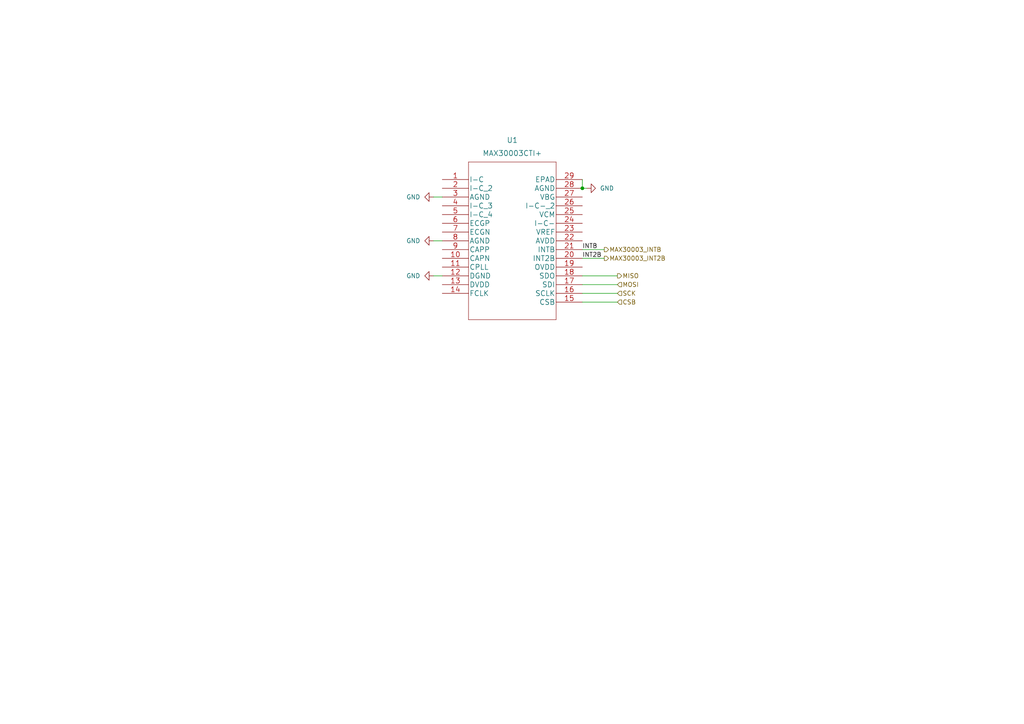
<source format=kicad_sch>
(kicad_sch (version 20211123) (generator eeschema)
  (paper "A4")
  (lib_symbols
    (symbol "SB_Sensor:MAX30003CTI+" (pin_names (offset 0.254))
      (property "Reference" "U" (at 20.32 10.16 0))
      (property "Value" "MAX30003CTI+" (at 20.32 7.62 0))
      (symbol "MAX30003CTI+_1_1"
        (polyline (pts (xy 7.62 -40.64) (xy 33.02 -40.64)) (stroke (width 0.127)))
        (polyline (pts (xy 7.62 5.08) (xy 7.62 -40.64)) (stroke (width 0.127)))
        (polyline (pts (xy 33.02 -40.64) (xy 33.02 5.08)) (stroke (width 0.127)))
        (polyline (pts (xy 33.02 5.08) (xy 7.62 5.08)) (stroke (width 0.127)))
        (pin bidirectional line (at 0 0 0) (length 7.62) (name "I-C") (number "1"))
        (pin unspecified line (at 0 -22.86 0) (length 7.62) (name "CAPN") (number "10"))
        (pin unspecified line (at 0 -25.4 0) (length 7.62) (name "CPLL") (number "11"))
        (pin power_in line (at 0 -27.94 0) (length 7.62) (name "DGND") (number "12"))
        (pin power_in line (at 0 -30.48 0) (length 7.62) (name "DVDD") (number "13"))
        (pin unspecified line (at 0 -33.02 0) (length 7.62) (name "FCLK") (number "14"))
        (pin unspecified line (at 40.64 -35.56 180) (length 7.62) (name "CSB") (number "15"))
        (pin unspecified line (at 40.64 -33.02 180) (length 7.62) (name "SCLK") (number "16"))
        (pin unspecified line (at 40.64 -30.48 180) (length 7.62) (name "SDI") (number "17"))
        (pin unspecified line (at 40.64 -27.94 180) (length 7.62) (name "SDO") (number "18"))
        (pin power_in line (at 40.64 -25.4 180) (length 7.62) (name "OVDD") (number "19"))
        (pin bidirectional line (at 0 -2.54 0) (length 7.62) (name "I-C_2") (number "2"))
        (pin unspecified line (at 40.64 -22.86 180) (length 7.62) (name "INT2B") (number "20"))
        (pin unspecified line (at 40.64 -20.32 180) (length 7.62) (name "INTB") (number "21"))
        (pin power_in line (at 40.64 -17.78 180) (length 7.62) (name "AVDD") (number "22"))
        (pin power_in line (at 40.64 -15.24 180) (length 7.62) (name "VREF") (number "23"))
        (pin bidirectional line (at 40.64 -12.7 180) (length 7.62) (name "I-C-") (number "24"))
        (pin unspecified line (at 40.64 -10.16 180) (length 7.62) (name "VCM") (number "25"))
        (pin bidirectional line (at 40.64 -7.62 180) (length 7.62) (name "I-C-_2") (number "26"))
        (pin unspecified line (at 40.64 -5.08 180) (length 7.62) (name "VBG") (number "27"))
        (pin power_in line (at 40.64 -2.54 180) (length 7.62) (name "AGND") (number "28"))
        (pin unspecified line (at 40.64 0 180) (length 7.62) (name "EPAD") (number "29"))
        (pin power_in line (at 0 -5.08 0) (length 7.62) (name "AGND") (number "3"))
        (pin bidirectional line (at 0 -7.62 0) (length 7.62) (name "I-C_3") (number "4"))
        (pin bidirectional line (at 0 -10.16 0) (length 7.62) (name "I-C_4") (number "5"))
        (pin bidirectional line (at 0 -12.7 0) (length 7.62) (name "ECGP") (number "6"))
        (pin bidirectional line (at 0 -15.24 0) (length 7.62) (name "ECGN") (number "7"))
        (pin power_in line (at 0 -17.78 0) (length 7.62) (name "AGND") (number "8"))
        (pin unspecified line (at 0 -20.32 0) (length 7.62) (name "CAPP") (number "9"))
      )
    )
    (symbol "power:GND" (power) (pin_names (offset 0))
      (property "Value" "GND" (at 0 -3.81 0))
      (symbol "GND_0_1"
        (polyline (pts (xy 0 0) (xy 0 -1.27) (xy 1.27 -1.27) (xy 0 -2.54) (xy -1.27 -1.27) (xy 0 -1.27)))
      )
      (symbol "GND_1_1"
        (pin power_in line (at 0 0 270) (length 0) hide (name "GND") (number "1"))
      )
    )
  )
  (junction (at 168.91 54.61))
  (wire (pts (xy 168.91 85.09) (xy 179.07 85.09)))
  (wire (pts (xy 125.73 80.01) (xy 128.27 80.01)))
  (wire (pts (xy 168.91 87.63) (xy 179.07 87.63)))
  (wire (pts (xy 125.73 57.15) (xy 128.27 57.15)))
  (wire (pts (xy 168.91 74.93) (xy 175.26 74.93)))
  (wire (pts (xy 168.91 80.01) (xy 179.07 80.01)))
  (wire (pts (xy 168.91 82.55) (xy 179.07 82.55)))
  (wire (pts (xy 125.73 69.85) (xy 128.27 69.85)))
  (wire (pts (xy 168.91 54.61) (xy 170.18 54.61)))
  (wire (pts (xy 168.91 52.07) (xy 168.91 54.61)))
  (wire (pts (xy 168.91 72.39) (xy 175.26 72.39)))
  (label "INT2B" (at 168.91 74.93 0))
  (label "INTB" (at 168.91 72.39 0))
  (hierarchical_label "SCK" (shape input) (at 179.07 85.09 0))
  (hierarchical_label "MISO" (shape output) (at 179.07 80.01 0))
  (hierarchical_label "MOSI" (shape input) (at 179.07 82.55 0))
  (hierarchical_label "MAX30003_INT2B" (shape output) (at 175.26 74.93 0))
  (hierarchical_label "CSB" (shape input) (at 179.07 87.63 0))
  (hierarchical_label "MAX30003_INTB" (shape output) (at 175.26 72.39 0))
  (symbol (lib_id "SB_Sensor:MAX30003CTI+") (at 128.27 52.07 0) (unit 1)
    (property "Reference" "U1" (at 148.59 40.64 0) (effects (font (size 1.524 1.524))))
    (property "Value" "MAX30003CTI+" (at 148.59 44.45 0) (effects (font (size 1.524 1.524))))
    (property "Footprint" "Package_DFN_QFN:TQFN-28-1EP_5x5mm_P0.5mm_EP3.25x3.25mm_ThermalVias" (effects hide))
    (property "Datasheet" "https://datasheets.maximintegrated.com/en/ds/MAX30003.pdf" (effects hide))
  )
  (symbol (lib_id "power:GND") (at 170.18 54.61 90) (unit 1)
    (property "Reference" "#PWR0101" (effects hide))
    (property "Value" "GND" (at 173.99 54.6099 90) (effects (justify right)))
  )
  (symbol (lib_id "power:GND") (at 125.73 69.85 270) (unit 1)
    (property "Reference" "#PWR0103" (effects hide))
    (property "Value" "GND" (at 121.92 69.8499 90) (effects (justify right)))
  )
  (symbol (lib_id "power:GND") (at 125.73 57.15 270) (unit 1)
    (property "Reference" "#PWR0102" (effects hide))
    (property "Value" "GND" (at 121.92 57.1499 90) (effects (justify right)))
  )
  (symbol (lib_id "power:GND") (at 125.73 80.01 270) (unit 1)
    (property "Reference" "#PWR0104" (effects hide))
    (property "Value" "GND" (at 121.92 80.0099 90) (effects (justify right)))
  )
)
</source>
